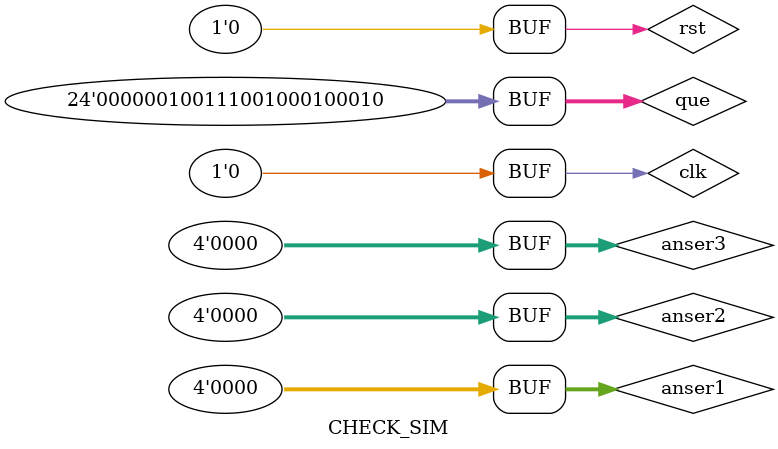
<source format=v>
`timescale 1ns / 100ps
module CHECK_SIM();


reg  clk, rst;
reg [3:0] anser1, anser2, anser3;
reg [23:0] que;


wire [1:0] result;
//wire [2:0] cnt;



CHECK a1(

//------------------INPUT---------------------------
 .CLK(clk),
 .RST(rst),
 .ANSWER_1(anser1),
 .ANSWER_2(anser2),
 .ANSWER_3(anser3),
 .QUESTION(que),
 //----------------OUTPUT----------------------------
 .RESULT(result)
);

always begin
        clk = 1;
  #0.8  clk = 0;
  #0.8;
end


initial begin
     rst = 0;
     anser1 = 4'b0;
     anser2 = 4'b0;
     anser3 = 4'b0;
     que = 24'b0;

#10 que = 24'b000000100111001000100010;
#10 anser1 = 4'b0010;
    anser2 = 4'b0011;
    anser3 = 4'b0010;
#10 anser1 = 4'b0000;
    anser2 = 4'b0000;
    anser3 = 4'b0000;
end

endmodule
</source>
